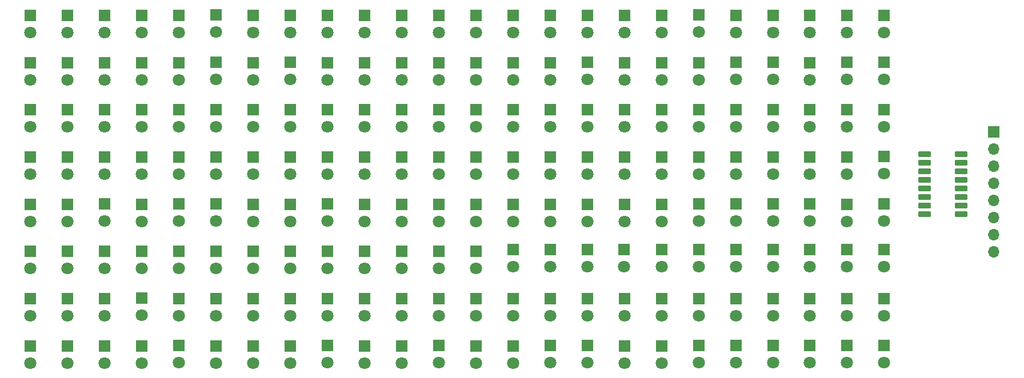
<source format=gbr>
%TF.GenerationSoftware,KiCad,Pcbnew,7.0.10-7.0.10~ubuntu22.04.1*%
%TF.CreationDate,2024-03-22T22:41:02+05:30*%
%TF.ProjectId,LEd_Display,4c45645f-4469-4737-906c-61792e6b6963,rev?*%
%TF.SameCoordinates,Original*%
%TF.FileFunction,Soldermask,Bot*%
%TF.FilePolarity,Negative*%
%FSLAX46Y46*%
G04 Gerber Fmt 4.6, Leading zero omitted, Abs format (unit mm)*
G04 Created by KiCad (PCBNEW 7.0.10-7.0.10~ubuntu22.04.1) date 2024-03-22 22:41:02*
%MOMM*%
%LPD*%
G01*
G04 APERTURE LIST*
G04 Aperture macros list*
%AMRoundRect*
0 Rectangle with rounded corners*
0 $1 Rounding radius*
0 $2 $3 $4 $5 $6 $7 $8 $9 X,Y pos of 4 corners*
0 Add a 4 corners polygon primitive as box body*
4,1,4,$2,$3,$4,$5,$6,$7,$8,$9,$2,$3,0*
0 Add four circle primitives for the rounded corners*
1,1,$1+$1,$2,$3*
1,1,$1+$1,$4,$5*
1,1,$1+$1,$6,$7*
1,1,$1+$1,$8,$9*
0 Add four rect primitives between the rounded corners*
20,1,$1+$1,$2,$3,$4,$5,0*
20,1,$1+$1,$4,$5,$6,$7,0*
20,1,$1+$1,$6,$7,$8,$9,0*
20,1,$1+$1,$8,$9,$2,$3,0*%
G04 Aperture macros list end*
%ADD10RoundRect,0.054180X-0.842820X-0.332820X0.842820X-0.332820X0.842820X0.332820X-0.842820X0.332820X0*%
%ADD11O,1.700000X1.700000*%
%ADD12R,1.700000X1.700000*%
%ADD13C,1.800000*%
%ADD14R,1.800000X1.800000*%
G04 APERTURE END LIST*
D10*
%TO.C,U1*%
X215250000Y-79275000D03*
X215250000Y-78005000D03*
X215250000Y-76735000D03*
X215250000Y-75465000D03*
X215250000Y-74195000D03*
X215250000Y-72925000D03*
X215250000Y-71655000D03*
X215250000Y-70385000D03*
X220670000Y-70385000D03*
X220670000Y-71655000D03*
X220670000Y-72925000D03*
X220670000Y-74195000D03*
X220670000Y-75465000D03*
X220670000Y-76735000D03*
X220670000Y-78005000D03*
X220670000Y-79275000D03*
%TD*%
D11*
%TO.C,J1*%
X225500000Y-84855000D03*
X225500000Y-82315000D03*
X225500000Y-79775000D03*
X225500000Y-77235000D03*
X225500000Y-74695000D03*
X225500000Y-72155000D03*
X225500000Y-69615000D03*
D12*
X225500000Y-67075000D03*
%TD*%
D13*
%TO.C,D192*%
X209250000Y-101290000D03*
D14*
X209250000Y-98750000D03*
%TD*%
D13*
%TO.C,D191*%
X209250000Y-94290000D03*
D14*
X209250000Y-91750000D03*
%TD*%
D13*
%TO.C,D190*%
X209250000Y-87040000D03*
D14*
X209250000Y-84500000D03*
%TD*%
D13*
%TO.C,D189*%
X209250000Y-80290000D03*
D14*
X209250000Y-77750000D03*
%TD*%
D13*
%TO.C,D188*%
X209250000Y-73275000D03*
D14*
X209250000Y-70735000D03*
%TD*%
D13*
%TO.C,D187*%
X209250000Y-66290000D03*
D14*
X209250000Y-63750000D03*
%TD*%
D13*
%TO.C,D186*%
X209250000Y-59290000D03*
D14*
X209250000Y-56750000D03*
%TD*%
D13*
%TO.C,D185*%
X209250000Y-52290000D03*
D14*
X209250000Y-49750000D03*
%TD*%
D13*
%TO.C,D184*%
X203750000Y-101275000D03*
D14*
X203750000Y-98735000D03*
%TD*%
D13*
%TO.C,D183*%
X203750000Y-94290000D03*
D14*
X203750000Y-91750000D03*
%TD*%
D13*
%TO.C,D182*%
X203750000Y-87040000D03*
D14*
X203750000Y-84500000D03*
%TD*%
D13*
%TO.C,D181*%
X203750000Y-80315000D03*
D14*
X203750000Y-77775000D03*
%TD*%
D13*
%TO.C,D180*%
X203750000Y-73290000D03*
D14*
X203750000Y-70750000D03*
%TD*%
D13*
%TO.C,D179*%
X203750000Y-66290000D03*
D14*
X203750000Y-63750000D03*
%TD*%
D13*
%TO.C,D178*%
X203750000Y-59290000D03*
D14*
X203750000Y-56750000D03*
%TD*%
D13*
%TO.C,D177*%
X203750000Y-52290000D03*
D14*
X203750000Y-49750000D03*
%TD*%
D13*
%TO.C,D176*%
X198250000Y-101290000D03*
D14*
X198250000Y-98750000D03*
%TD*%
D13*
%TO.C,D175*%
X198250000Y-94290000D03*
D14*
X198250000Y-91750000D03*
%TD*%
D13*
%TO.C,D174*%
X198250000Y-87040000D03*
D14*
X198250000Y-84500000D03*
%TD*%
D13*
%TO.C,D173*%
X198250000Y-80290000D03*
D14*
X198250000Y-77750000D03*
%TD*%
D13*
%TO.C,D172*%
X198250000Y-73290000D03*
D14*
X198250000Y-70750000D03*
%TD*%
D13*
%TO.C,D171*%
X198250000Y-66290000D03*
D14*
X198250000Y-63750000D03*
%TD*%
D13*
%TO.C,D170*%
X198250000Y-59315000D03*
D14*
X198250000Y-56775000D03*
%TD*%
D13*
%TO.C,D169*%
X198250000Y-52315000D03*
D14*
X198250000Y-49775000D03*
%TD*%
D13*
%TO.C,D168*%
X192750000Y-101290000D03*
D14*
X192750000Y-98750000D03*
%TD*%
D13*
%TO.C,D167*%
X192750000Y-94290000D03*
D14*
X192750000Y-91750000D03*
%TD*%
D13*
%TO.C,D166*%
X192750000Y-87040000D03*
D14*
X192750000Y-84500000D03*
%TD*%
D13*
%TO.C,D165*%
X192750000Y-80290000D03*
D14*
X192750000Y-77750000D03*
%TD*%
D13*
%TO.C,D164*%
X192750000Y-73290000D03*
D14*
X192750000Y-70750000D03*
%TD*%
D13*
%TO.C,D163*%
X192750000Y-66290000D03*
D14*
X192750000Y-63750000D03*
%TD*%
D13*
%TO.C,D162*%
X192750000Y-59290000D03*
D14*
X192750000Y-56750000D03*
%TD*%
D13*
%TO.C,D161*%
X192750000Y-52290000D03*
D14*
X192750000Y-49750000D03*
%TD*%
D13*
%TO.C,D160*%
X187250000Y-101290000D03*
D14*
X187250000Y-98750000D03*
%TD*%
D13*
%TO.C,D159*%
X187250000Y-94290000D03*
D14*
X187250000Y-91750000D03*
%TD*%
D13*
%TO.C,D158*%
X187250000Y-87040000D03*
D14*
X187250000Y-84500000D03*
%TD*%
D13*
%TO.C,D157*%
X187250000Y-80290000D03*
D14*
X187250000Y-77750000D03*
%TD*%
D13*
%TO.C,D156*%
X187250000Y-73290000D03*
D14*
X187250000Y-70750000D03*
%TD*%
D13*
%TO.C,D155*%
X187250000Y-66290000D03*
D14*
X187250000Y-63750000D03*
%TD*%
D13*
%TO.C,D154*%
X187250000Y-59290000D03*
D14*
X187250000Y-56750000D03*
%TD*%
D13*
%TO.C,D153*%
X187250000Y-52290000D03*
D14*
X187250000Y-49750000D03*
%TD*%
%TO.C,D152*%
X181750000Y-98750000D03*
D13*
X181750000Y-101290000D03*
%TD*%
D14*
%TO.C,D151*%
X181750000Y-91750000D03*
D13*
X181750000Y-94290000D03*
%TD*%
D14*
%TO.C,D150*%
X181750000Y-84500000D03*
D13*
X181750000Y-87040000D03*
%TD*%
D14*
%TO.C,D149*%
X181750000Y-77750000D03*
D13*
X181750000Y-80290000D03*
%TD*%
D14*
%TO.C,D148*%
X181750000Y-70750000D03*
D13*
X181750000Y-73290000D03*
%TD*%
D14*
%TO.C,D147*%
X181750000Y-63775000D03*
D13*
X181750000Y-66315000D03*
%TD*%
D14*
%TO.C,D146*%
X181750000Y-56775000D03*
D13*
X181750000Y-59315000D03*
%TD*%
D14*
%TO.C,D145*%
X181750000Y-49735000D03*
D13*
X181750000Y-52275000D03*
%TD*%
%TO.C,D144*%
X176250000Y-101315000D03*
D14*
X176250000Y-98775000D03*
%TD*%
D13*
%TO.C,D143*%
X176250000Y-94290000D03*
D14*
X176250000Y-91750000D03*
%TD*%
D13*
%TO.C,D142*%
X176250000Y-87040000D03*
D14*
X176250000Y-84500000D03*
%TD*%
D13*
%TO.C,D141*%
X176250000Y-80315000D03*
D14*
X176250000Y-77775000D03*
%TD*%
%TO.C,D140*%
X176250000Y-70775000D03*
D13*
X176250000Y-73315000D03*
%TD*%
D14*
%TO.C,D139*%
X176250000Y-63775000D03*
D13*
X176250000Y-66315000D03*
%TD*%
D14*
%TO.C,D138*%
X176250000Y-56775000D03*
D13*
X176250000Y-59315000D03*
%TD*%
D14*
%TO.C,D137*%
X176250000Y-49775000D03*
D13*
X176250000Y-52315000D03*
%TD*%
%TO.C,D136*%
X170750000Y-101315000D03*
D14*
X170750000Y-98775000D03*
%TD*%
D13*
%TO.C,D135*%
X170750000Y-94315000D03*
D14*
X170750000Y-91775000D03*
%TD*%
D13*
%TO.C,D134*%
X170700000Y-87075000D03*
D14*
X170700000Y-84535000D03*
%TD*%
D13*
%TO.C,D133*%
X170750000Y-80315000D03*
D14*
X170750000Y-77775000D03*
%TD*%
D13*
%TO.C,D132*%
X170750000Y-73315000D03*
D14*
X170750000Y-70775000D03*
%TD*%
%TO.C,D131*%
X170750000Y-63775000D03*
D13*
X170750000Y-66315000D03*
%TD*%
D14*
%TO.C,D130*%
X170750000Y-56775000D03*
D13*
X170750000Y-59315000D03*
%TD*%
%TO.C,D129*%
X170750000Y-52315000D03*
D14*
X170750000Y-49775000D03*
%TD*%
D13*
%TO.C,D128*%
X165250000Y-101275000D03*
D14*
X165250000Y-98735000D03*
%TD*%
%TO.C,D127*%
X165250000Y-91775000D03*
D13*
X165250000Y-94315000D03*
%TD*%
D14*
%TO.C,D126*%
X165250000Y-84525000D03*
D13*
X165250000Y-87065000D03*
%TD*%
D14*
%TO.C,D125*%
X165250000Y-77775000D03*
D13*
X165250000Y-80315000D03*
%TD*%
D14*
%TO.C,D124*%
X165250000Y-70775000D03*
D13*
X165250000Y-73315000D03*
%TD*%
D14*
%TO.C,D123*%
X165250000Y-63735000D03*
D13*
X165250000Y-66275000D03*
%TD*%
D14*
%TO.C,D122*%
X165250000Y-56750000D03*
D13*
X165250000Y-59290000D03*
%TD*%
D14*
%TO.C,D121*%
X165250000Y-49775000D03*
D13*
X165250000Y-52315000D03*
%TD*%
%TO.C,D120*%
X159750000Y-101290000D03*
D14*
X159750000Y-98750000D03*
%TD*%
D13*
%TO.C,D119*%
X159750000Y-94290000D03*
D14*
X159750000Y-91750000D03*
%TD*%
D13*
%TO.C,D118*%
X159750000Y-87040000D03*
D14*
X159750000Y-84500000D03*
%TD*%
D13*
%TO.C,D117*%
X159750000Y-80315000D03*
D14*
X159750000Y-77775000D03*
%TD*%
D13*
%TO.C,D116*%
X159750000Y-73290000D03*
D14*
X159750000Y-70750000D03*
%TD*%
D13*
%TO.C,D115*%
X159750000Y-66290000D03*
D14*
X159750000Y-63750000D03*
%TD*%
D13*
%TO.C,D114*%
X159750000Y-59315000D03*
D14*
X159750000Y-56775000D03*
%TD*%
D13*
%TO.C,D113*%
X159750000Y-52290000D03*
D14*
X159750000Y-49750000D03*
%TD*%
D13*
%TO.C,D112*%
X154250000Y-101315000D03*
D14*
X154250000Y-98775000D03*
%TD*%
D13*
%TO.C,D111*%
X154250000Y-94315000D03*
D14*
X154250000Y-91775000D03*
%TD*%
D13*
%TO.C,D110*%
X154250000Y-87065000D03*
D14*
X154250000Y-84525000D03*
%TD*%
D13*
%TO.C,D109*%
X154250000Y-80315000D03*
D14*
X154250000Y-77775000D03*
%TD*%
D13*
%TO.C,D108*%
X154250000Y-73315000D03*
D14*
X154250000Y-70775000D03*
%TD*%
D13*
%TO.C,D107*%
X154250000Y-66315000D03*
D14*
X154250000Y-63775000D03*
%TD*%
D13*
%TO.C,D106*%
X154250000Y-59315000D03*
D14*
X154250000Y-56775000D03*
%TD*%
D13*
%TO.C,D105*%
X154250000Y-52290000D03*
D14*
X154250000Y-49750000D03*
%TD*%
D13*
%TO.C,D104*%
X148750000Y-101315000D03*
D14*
X148750000Y-98775000D03*
%TD*%
D13*
%TO.C,D103*%
X148750000Y-94315000D03*
D14*
X148750000Y-91775000D03*
%TD*%
D13*
%TO.C,D102*%
X148750000Y-87315000D03*
D14*
X148750000Y-84775000D03*
%TD*%
D13*
%TO.C,D101*%
X148750000Y-80315000D03*
D14*
X148750000Y-77775000D03*
%TD*%
D13*
%TO.C,D100*%
X148750000Y-73315000D03*
D14*
X148750000Y-70775000D03*
%TD*%
D13*
%TO.C,D99*%
X148750000Y-66290000D03*
D14*
X148750000Y-63750000D03*
%TD*%
D13*
%TO.C,D98*%
X148750000Y-59315000D03*
D14*
X148750000Y-56775000D03*
%TD*%
D13*
%TO.C,D97*%
X148750000Y-52315000D03*
D14*
X148750000Y-49775000D03*
%TD*%
D13*
%TO.C,D96*%
X143250000Y-101275000D03*
D14*
X143250000Y-98735000D03*
%TD*%
%TO.C,D95*%
X143250000Y-91775000D03*
D13*
X143250000Y-94315000D03*
%TD*%
D14*
%TO.C,D94*%
X143250000Y-84735000D03*
D13*
X143250000Y-87275000D03*
%TD*%
D14*
%TO.C,D93*%
X143250000Y-77775000D03*
D13*
X143250000Y-80315000D03*
%TD*%
D14*
%TO.C,D92*%
X143250000Y-70775000D03*
D13*
X143250000Y-73315000D03*
%TD*%
D14*
%TO.C,D91*%
X143250000Y-63775000D03*
D13*
X143250000Y-66315000D03*
%TD*%
D14*
%TO.C,D90*%
X143250000Y-56775000D03*
D13*
X143250000Y-59315000D03*
%TD*%
D14*
%TO.C,D89*%
X143250000Y-49775000D03*
D13*
X143250000Y-52315000D03*
%TD*%
%TO.C,D88*%
X137750000Y-101315000D03*
D14*
X137750000Y-98775000D03*
%TD*%
D13*
%TO.C,D87*%
X137750000Y-94315000D03*
D14*
X137750000Y-91775000D03*
%TD*%
D13*
%TO.C,D86*%
X137750000Y-87315000D03*
D14*
X137750000Y-84775000D03*
%TD*%
D13*
%TO.C,D85*%
X137750000Y-80315000D03*
D14*
X137750000Y-77775000D03*
%TD*%
D13*
%TO.C,D84*%
X137750000Y-73315000D03*
D14*
X137750000Y-70775000D03*
%TD*%
D13*
%TO.C,D83*%
X137750000Y-66315000D03*
D14*
X137750000Y-63775000D03*
%TD*%
D13*
%TO.C,D82*%
X137750000Y-59315000D03*
D14*
X137750000Y-56775000D03*
%TD*%
D13*
%TO.C,D81*%
X137750000Y-52315000D03*
D14*
X137750000Y-49775000D03*
%TD*%
D13*
%TO.C,D80*%
X132250000Y-101315000D03*
D14*
X132250000Y-98775000D03*
%TD*%
D13*
%TO.C,D79*%
X132250000Y-94315000D03*
D14*
X132250000Y-91775000D03*
%TD*%
D13*
%TO.C,D78*%
X132250000Y-87315000D03*
D14*
X132250000Y-84775000D03*
%TD*%
D13*
%TO.C,D77*%
X132250000Y-80315000D03*
D14*
X132250000Y-77775000D03*
%TD*%
D13*
%TO.C,D76*%
X132250000Y-73315000D03*
D14*
X132250000Y-70775000D03*
%TD*%
D13*
%TO.C,D75*%
X132250000Y-66315000D03*
D14*
X132250000Y-63775000D03*
%TD*%
D13*
%TO.C,D74*%
X132250000Y-59315000D03*
D14*
X132250000Y-56775000D03*
%TD*%
D13*
%TO.C,D73*%
X132250000Y-52290000D03*
D14*
X132250000Y-49750000D03*
%TD*%
D13*
%TO.C,D72*%
X126750000Y-101290000D03*
D14*
X126750000Y-98750000D03*
%TD*%
D13*
%TO.C,D71*%
X126750000Y-94315000D03*
D14*
X126750000Y-91775000D03*
%TD*%
D13*
%TO.C,D70*%
X126750000Y-87315000D03*
D14*
X126750000Y-84775000D03*
%TD*%
D13*
%TO.C,D69*%
X126750000Y-80290000D03*
D14*
X126750000Y-77750000D03*
%TD*%
D13*
%TO.C,D68*%
X126750000Y-73315000D03*
D14*
X126750000Y-70775000D03*
%TD*%
D13*
%TO.C,D67*%
X126750000Y-66290000D03*
D14*
X126750000Y-63750000D03*
%TD*%
D13*
%TO.C,D66*%
X126750000Y-59315000D03*
D14*
X126750000Y-56775000D03*
%TD*%
D13*
%TO.C,D65*%
X126750000Y-52315000D03*
D14*
X126750000Y-49775000D03*
%TD*%
D13*
%TO.C,D64*%
X121250000Y-101315000D03*
D14*
X121250000Y-98775000D03*
%TD*%
D13*
%TO.C,D63*%
X121250000Y-94315000D03*
D14*
X121250000Y-91775000D03*
%TD*%
D13*
%TO.C,D62*%
X121250000Y-87315000D03*
D14*
X121250000Y-84775000D03*
%TD*%
D13*
%TO.C,D61*%
X121250000Y-80315000D03*
D14*
X121250000Y-77775000D03*
%TD*%
D13*
%TO.C,D60*%
X121250000Y-73315000D03*
D14*
X121250000Y-70775000D03*
%TD*%
D13*
%TO.C,D59*%
X121250000Y-66315000D03*
D14*
X121250000Y-63775000D03*
%TD*%
D13*
%TO.C,D58*%
X121250000Y-59275000D03*
D14*
X121250000Y-56735000D03*
%TD*%
D13*
%TO.C,D57*%
X121250000Y-52290000D03*
D14*
X121250000Y-49750000D03*
%TD*%
D13*
%TO.C,D56*%
X115750000Y-101315000D03*
D14*
X115750000Y-98775000D03*
%TD*%
D13*
%TO.C,D55*%
X115750000Y-94315000D03*
D14*
X115750000Y-91775000D03*
%TD*%
%TO.C,D54*%
X115750000Y-84775000D03*
D13*
X115750000Y-87315000D03*
%TD*%
%TO.C,D53*%
X115750000Y-80315000D03*
D14*
X115750000Y-77775000D03*
%TD*%
D13*
%TO.C,D52*%
X115750000Y-73315000D03*
D14*
X115750000Y-70775000D03*
%TD*%
D13*
%TO.C,D51*%
X115750000Y-66315000D03*
D14*
X115750000Y-63775000D03*
%TD*%
%TO.C,D50*%
X115750000Y-56775000D03*
D13*
X115750000Y-59315000D03*
%TD*%
%TO.C,D49*%
X115750000Y-52315000D03*
D14*
X115750000Y-49775000D03*
%TD*%
D13*
%TO.C,D48*%
X110250000Y-101315000D03*
D14*
X110250000Y-98775000D03*
%TD*%
D13*
%TO.C,D47*%
X110250000Y-94315000D03*
D14*
X110250000Y-91775000D03*
%TD*%
D13*
%TO.C,D46*%
X110250000Y-87315000D03*
D14*
X110250000Y-84775000D03*
%TD*%
D13*
%TO.C,D45*%
X110250000Y-80290000D03*
D14*
X110250000Y-77750000D03*
%TD*%
D13*
%TO.C,D44*%
X110250000Y-73315000D03*
D14*
X110250000Y-70775000D03*
%TD*%
D13*
%TO.C,D43*%
X110250000Y-66315000D03*
D14*
X110250000Y-63775000D03*
%TD*%
D13*
%TO.C,D42*%
X110250000Y-59275000D03*
D14*
X110250000Y-56735000D03*
%TD*%
D13*
%TO.C,D41*%
X110250000Y-52275000D03*
D14*
X110250000Y-49735000D03*
%TD*%
D13*
%TO.C,D40*%
X104750000Y-101290000D03*
D14*
X104750000Y-98750000D03*
%TD*%
D13*
%TO.C,D39*%
X104750000Y-94290000D03*
D14*
X104750000Y-91750000D03*
%TD*%
D13*
%TO.C,D38*%
X104750000Y-87290000D03*
D14*
X104750000Y-84750000D03*
%TD*%
D13*
%TO.C,D37*%
X104750000Y-80290000D03*
D14*
X104750000Y-77750000D03*
%TD*%
D13*
%TO.C,D36*%
X104750000Y-73290000D03*
D14*
X104750000Y-70750000D03*
%TD*%
D13*
%TO.C,D35*%
X104750000Y-66315000D03*
D14*
X104750000Y-63775000D03*
%TD*%
D13*
%TO.C,D34*%
X104750000Y-59315000D03*
D14*
X104750000Y-56775000D03*
%TD*%
D13*
%TO.C,D33*%
X104750000Y-52315000D03*
D14*
X104750000Y-49775000D03*
%TD*%
D13*
%TO.C,D32*%
X99250000Y-101315000D03*
D14*
X99250000Y-98775000D03*
%TD*%
D13*
%TO.C,D31*%
X99250000Y-94275000D03*
D14*
X99250000Y-91735000D03*
%TD*%
D13*
%TO.C,D30*%
X99250000Y-87290000D03*
D14*
X99250000Y-84750000D03*
%TD*%
D13*
%TO.C,D29*%
X99250000Y-80315000D03*
D14*
X99250000Y-77775000D03*
%TD*%
D13*
%TO.C,D28*%
X99250000Y-73315000D03*
D14*
X99250000Y-70775000D03*
%TD*%
D13*
%TO.C,D27*%
X99250000Y-66315000D03*
D14*
X99250000Y-63775000D03*
%TD*%
D13*
%TO.C,D26*%
X99250000Y-59315000D03*
D14*
X99250000Y-56775000D03*
%TD*%
D13*
%TO.C,D25*%
X99250000Y-52315000D03*
D14*
X99250000Y-49775000D03*
%TD*%
D13*
%TO.C,D24*%
X93750000Y-101315000D03*
D14*
X93750000Y-98775000D03*
%TD*%
D13*
%TO.C,D23*%
X93750000Y-94315000D03*
D14*
X93750000Y-91775000D03*
%TD*%
D13*
%TO.C,D22*%
X93750000Y-87315000D03*
D14*
X93750000Y-84775000D03*
%TD*%
%TO.C,D21*%
X93750000Y-77750000D03*
D13*
X93750000Y-80290000D03*
%TD*%
%TO.C,D20*%
X93750000Y-73315000D03*
D14*
X93750000Y-70775000D03*
%TD*%
D13*
%TO.C,D19*%
X93750000Y-66315000D03*
D14*
X93750000Y-63775000D03*
%TD*%
D13*
%TO.C,D18*%
X93750000Y-59315000D03*
D14*
X93750000Y-56775000D03*
%TD*%
D13*
%TO.C,D17*%
X93750000Y-52315000D03*
D14*
X93750000Y-49775000D03*
%TD*%
D13*
%TO.C,D16*%
X88250000Y-101315000D03*
D14*
X88250000Y-98775000D03*
%TD*%
D13*
%TO.C,D15*%
X88250000Y-94315000D03*
D14*
X88250000Y-91775000D03*
%TD*%
D13*
%TO.C,D14*%
X88250000Y-87315000D03*
D14*
X88250000Y-84775000D03*
%TD*%
D13*
%TO.C,D13*%
X88250000Y-80315000D03*
D14*
X88250000Y-77775000D03*
%TD*%
D13*
%TO.C,D12*%
X88250000Y-73315000D03*
D14*
X88250000Y-70775000D03*
%TD*%
D13*
%TO.C,D11*%
X88250000Y-66315000D03*
D14*
X88250000Y-63775000D03*
%TD*%
D13*
%TO.C,D10*%
X88250000Y-59315000D03*
D14*
X88250000Y-56775000D03*
%TD*%
D13*
%TO.C,D9*%
X88250000Y-52315000D03*
D14*
X88250000Y-49775000D03*
%TD*%
D13*
%TO.C,D8*%
X82750000Y-101315000D03*
D14*
X82750000Y-98775000D03*
%TD*%
D13*
%TO.C,D7*%
X82750000Y-94315000D03*
D14*
X82750000Y-91775000D03*
%TD*%
D13*
%TO.C,D6*%
X82750000Y-87315000D03*
D14*
X82750000Y-84775000D03*
%TD*%
D13*
%TO.C,D5*%
X82750000Y-80315000D03*
D14*
X82750000Y-77775000D03*
%TD*%
D13*
%TO.C,D4*%
X82750000Y-73315000D03*
D14*
X82750000Y-70775000D03*
%TD*%
D13*
%TO.C,D3*%
X82750000Y-66315000D03*
D14*
X82750000Y-63775000D03*
%TD*%
D13*
%TO.C,D2*%
X82750000Y-59315000D03*
D14*
X82750000Y-56775000D03*
%TD*%
D13*
%TO.C,D1*%
X82750000Y-52315000D03*
D14*
X82750000Y-49775000D03*
%TD*%
M02*

</source>
